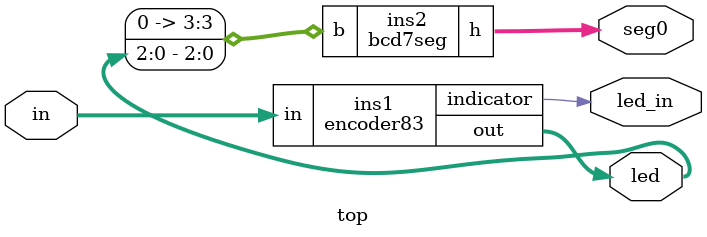
<source format=v>
module encoder83(
   input [7:0] in,
   output reg [2:0] out,
   output reg indicator
); 
  
   always @(*) begin
      out = 3'b0;
      indicator = 1;
      casez(in[7:0])
         8'b1???????: out = 3'b111; 
         8'b01??????: out = 3'b110; 
         8'b001?????: out = 3'b101; 
         8'b0001????: out = 3'b100; 
         8'b00001???: out = 3'b011; 
         8'b000001??: out = 3'b010; 
         8'b0000001?: out = 3'b001; 
         8'b00000001: out = 3'b000; 
      
         default: indicator = 0;
      endcase
   end 
endmodule

module bcd7seg(
   input  [3:0] b,
   output reg [6:0] h
);
   
   always @(*) begin
      case(b)
         4'd0: h = 7'b1111110;
         4'd1: h = 7'b0110000;
         4'd2: h = 7'b1101101;
         4'd3: h = 7'b1111001;
         4'd4: h = 7'b0110011;
         4'd5: h = 7'b1011011;
         4'd6: h = 7'b1011111;
         4'd7: h = 7'b1110000;
         4'd8: h = 7'b1111111;
         4'd9: h = 7'b1111011;
         4'ha: h = 7'b1110111;
         4'hb: h = 7'b0011111;
         4'hc: h = 7'b1001110;
         4'hd: h = 7'b0111101;
         4'he: h = 7'b1001111;
         4'hf: h = 7'b1000111;
         default: h = 7'b0;
      endcase
      h = ~h;
   end 
endmodule

module top(
   input [7:0] in,
   output [2:0] led,
   output led_in,
   output [6:0] seg0
);
   encoder83 ins1(in, led, led_in);
   bcd7seg ins2({1'b0, led}, seg0);
endmodule 

</source>
